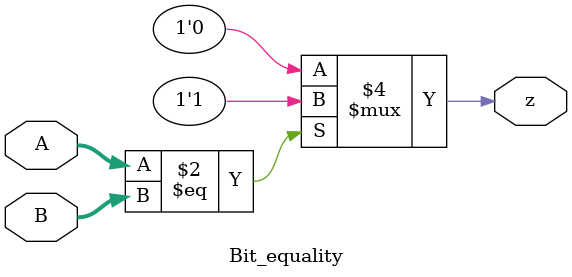
<source format=v>
module Bit_equality ( input [1:0] A, input [1:0] B, output reg z ); 
    always @(*)
        if ( A==B)
            z=1;
    else z=0;
endmodule

</source>
